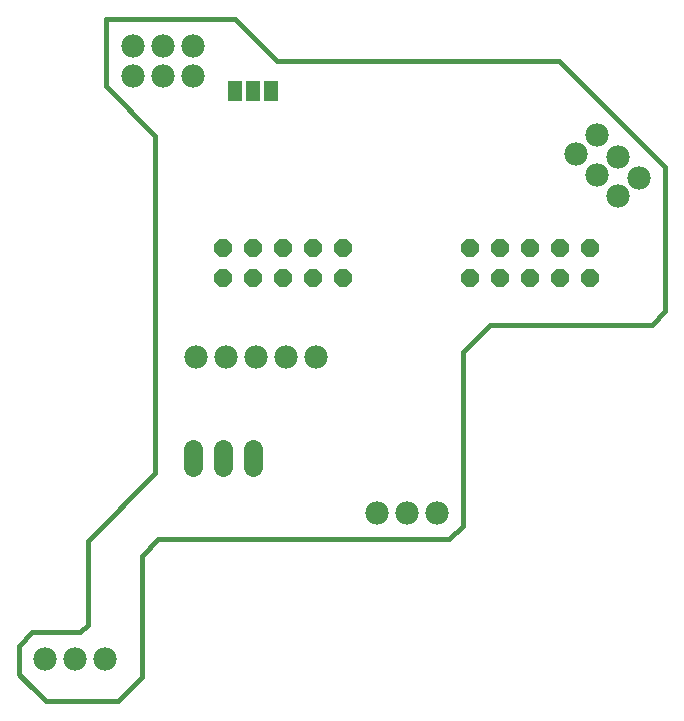
<source format=gts>
G75*
%MOIN*%
%OFA0B0*%
%FSLAX24Y24*%
%IPPOS*%
%LPD*%
%AMOC8*
5,1,8,0,0,1.08239X$1,22.5*
%
%ADD10C,0.0160*%
%ADD11C,0.0780*%
%ADD12OC8,0.0600*%
%ADD13C,0.0640*%
%ADD14R,0.0500X0.0670*%
D10*
X000980Y000280D02*
X000230Y001030D01*
X000180Y001080D02*
X000180Y002030D01*
X000630Y002480D01*
X002230Y002480D01*
X002480Y002730D01*
X002480Y005530D01*
X004730Y007780D01*
X004730Y019030D01*
X003080Y020680D01*
X003080Y022930D01*
X007380Y022930D01*
X008780Y021530D01*
X018180Y021530D01*
X021730Y017980D01*
X021730Y013180D01*
X021280Y012730D01*
X015880Y012730D01*
X014980Y011830D01*
X014980Y006030D01*
X014530Y005580D01*
X004830Y005580D01*
X004280Y005030D01*
X004280Y000980D01*
X003480Y000180D01*
X001080Y000180D01*
X000180Y001080D01*
D11*
X001043Y001593D03*
X002043Y001593D03*
X003043Y001593D03*
X012130Y006455D03*
X013130Y006455D03*
X014130Y006455D03*
X010105Y011655D03*
X009105Y011655D03*
X008105Y011655D03*
X007105Y011655D03*
X006105Y011655D03*
X005980Y021030D03*
X004980Y021030D03*
X003980Y021030D03*
X003980Y022030D03*
X004980Y022030D03*
X005980Y022030D03*
X018755Y018430D03*
X019441Y019044D03*
X020148Y018337D03*
X019462Y017723D03*
X020169Y017016D03*
X020855Y017630D03*
D12*
X019230Y015280D03*
X018230Y015280D03*
X017230Y015280D03*
X016230Y015280D03*
X015230Y015280D03*
X015230Y014280D03*
X016230Y014280D03*
X017230Y014280D03*
X018230Y014280D03*
X019230Y014280D03*
X010980Y014280D03*
X009980Y014280D03*
X008980Y014280D03*
X007980Y014280D03*
X006980Y014280D03*
X006980Y015280D03*
X007980Y015280D03*
X008980Y015280D03*
X009980Y015280D03*
X010980Y015280D03*
D13*
X007980Y008580D02*
X007980Y007980D01*
X006980Y007980D02*
X006980Y008580D01*
X005980Y008580D02*
X005980Y007980D01*
D14*
X007380Y020530D03*
X007980Y020530D03*
X008580Y020530D03*
M02*

</source>
